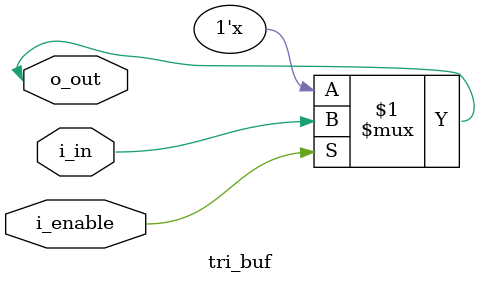
<source format=v>
module tri_buf (i_in, o_out, i_enable);

input  i_in;
input  i_enable;
inout wire o_out;

assign o_out = (i_enable) ? i_in : 1'bz;
 
// always @* begin
// 	o_out = (i_enable) ? i_in : 1'bz;
// end

endmodule

</source>
